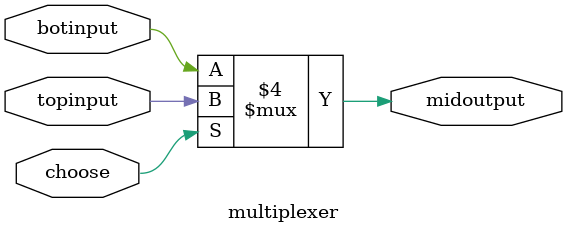
<source format=v>
module multiplexer( topinput, botinput, choose, midoutput);
input topinput;
input botinput;
input choose;
output reg midoutput;
			  
always @*
begin
  if ( choose == 1 )
	midoutput = topinput;
  else
    midoutput = botinput;
end

endmodule

</source>
